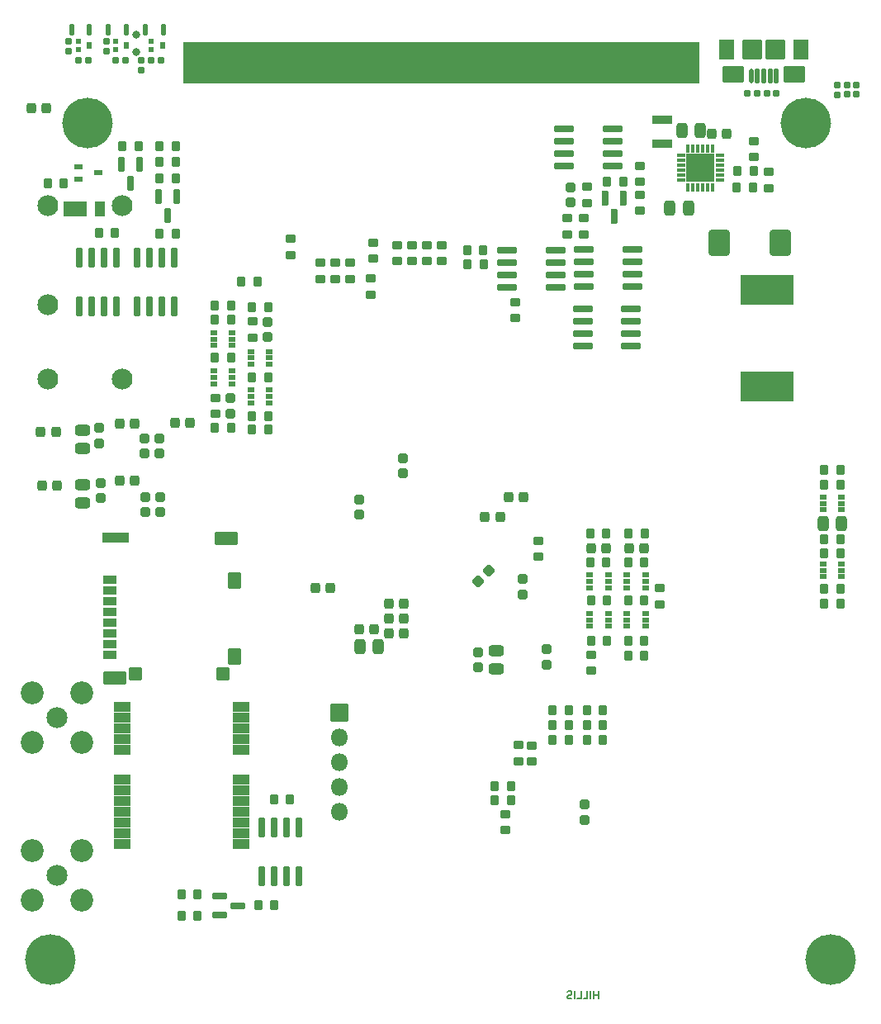
<source format=gbs>
G04 #@! TF.GenerationSoftware,KiCad,Pcbnew,(6.0.5)*
G04 #@! TF.CreationDate,2022-06-17T13:33:30-04:00*
G04 #@! TF.ProjectId,mainboard,6d61696e-626f-4617-9264-2e6b69636164,rev?*
G04 #@! TF.SameCoordinates,Original*
G04 #@! TF.FileFunction,Soldermask,Bot*
G04 #@! TF.FilePolarity,Negative*
%FSLAX46Y46*%
G04 Gerber Fmt 4.6, Leading zero omitted, Abs format (unit mm)*
G04 Created by KiCad (PCBNEW (6.0.5)) date 2022-06-17 13:33:30*
%MOMM*%
%LPD*%
G01*
G04 APERTURE LIST*
G04 Aperture macros list*
%AMRoundRect*
0 Rectangle with rounded corners*
0 $1 Rounding radius*
0 $2 $3 $4 $5 $6 $7 $8 $9 X,Y pos of 4 corners*
0 Add a 4 corners polygon primitive as box body*
4,1,4,$2,$3,$4,$5,$6,$7,$8,$9,$2,$3,0*
0 Add four circle primitives for the rounded corners*
1,1,$1+$1,$2,$3*
1,1,$1+$1,$4,$5*
1,1,$1+$1,$6,$7*
1,1,$1+$1,$8,$9*
0 Add four rect primitives between the rounded corners*
20,1,$1+$1,$2,$3,$4,$5,0*
20,1,$1+$1,$4,$5,$6,$7,0*
20,1,$1+$1,$6,$7,$8,$9,0*
20,1,$1+$1,$8,$9,$2,$3,0*%
%AMFreePoly0*
4,1,25,0.115149,2.428891,0.133461,2.421305,0.222677,2.361692,0.236692,2.347677,0.296305,2.258461,0.303891,2.240149,0.324824,2.134911,0.325800,2.125000,0.325800,-1.400000,0.310921,-1.435921,0.275000,-1.450800,-0.275000,-1.450800,-0.310921,-1.435921,-0.325800,-1.400000,-0.325800,2.125000,-0.324824,2.134911,-0.303891,2.240149,-0.296305,2.258461,-0.236692,2.347677,-0.222677,2.361692,
-0.133461,2.421305,-0.115149,2.428891,-0.009911,2.449824,0.009911,2.449824,0.115149,2.428891,0.115149,2.428891,$1*%
G04 Aperture macros list end*
%ADD10C,0.190500*%
%ADD11C,0.100000*%
%ADD12RoundRect,0.152300X0.101500X0.571500X-0.101500X0.571500X-0.101500X-0.571500X0.101500X-0.571500X0*%
%ADD13RoundRect,0.050800X0.203000X0.673000X-0.203000X0.673000X-0.203000X-0.673000X0.203000X-0.673000X0*%
%ADD14RoundRect,0.050800X-0.750000X-0.952500X0.750000X-0.952500X0.750000X0.952500X-0.750000X0.952500X0*%
%ADD15RoundRect,0.050800X-0.952500X-0.952500X0.952500X-0.952500X0.952500X0.952500X-0.952500X0.952500X0*%
%ADD16RoundRect,0.050800X1.054000X0.800000X-1.054000X0.800000X-1.054000X-0.800000X1.054000X-0.800000X0*%
%ADD17RoundRect,0.050800X0.750000X0.952500X-0.750000X0.952500X-0.750000X-0.952500X0.750000X-0.952500X0*%
%ADD18RoundRect,0.050800X-1.054000X-0.800000X1.054000X-0.800000X1.054000X0.800000X-1.054000X0.800000X0*%
%ADD19RoundRect,0.050800X0.952500X-0.952500X0.952500X0.952500X-0.952500X0.952500X-0.952500X-0.952500X0*%
%ADD20C,5.181600*%
%ADD21RoundRect,0.050800X-0.850000X-0.850000X0.850000X-0.850000X0.850000X0.850000X-0.850000X0.850000X0*%
%ADD22O,1.801600X1.801600*%
%ADD23C,2.133600*%
%ADD24C,2.151600*%
%ADD25C,2.351600*%
%ADD26FreePoly0,0.000000*%
%ADD27C,0.801600*%
%ADD28RoundRect,0.063500X0.812800X-0.406400X0.812800X0.406400X-0.812800X0.406400X-0.812800X-0.406400X0*%
%ADD29RoundRect,0.250800X0.200000X0.275000X-0.200000X0.275000X-0.200000X-0.275000X0.200000X-0.275000X0*%
%ADD30RoundRect,0.063500X-0.279400X-0.660400X0.279400X-0.660400X0.279400X0.660400X-0.279400X0.660400X0*%
%ADD31RoundRect,0.275800X0.250000X-0.225000X0.250000X0.225000X-0.250000X0.225000X-0.250000X-0.225000X0*%
%ADD32RoundRect,0.300800X-0.475000X0.250000X-0.475000X-0.250000X0.475000X-0.250000X0.475000X0.250000X0*%
%ADD33RoundRect,0.200800X-0.150000X0.825000X-0.150000X-0.825000X0.150000X-0.825000X0.150000X0.825000X0*%
%ADD34RoundRect,0.250800X-0.200000X-0.275000X0.200000X-0.275000X0.200000X0.275000X-0.200000X0.275000X0*%
%ADD35RoundRect,0.200800X0.150000X-0.825000X0.150000X0.825000X-0.150000X0.825000X-0.150000X-0.825000X0*%
%ADD36RoundRect,0.063500X0.660400X-0.279400X0.660400X0.279400X-0.660400X0.279400X-0.660400X-0.279400X0*%
%ADD37RoundRect,0.275800X-0.225000X-0.250000X0.225000X-0.250000X0.225000X0.250000X-0.225000X0.250000X0*%
%ADD38RoundRect,0.063500X-0.620000X0.400000X-0.620000X-0.400000X0.620000X-0.400000X0.620000X0.400000X0*%
%ADD39RoundRect,0.063500X-0.600000X0.580000X-0.600000X-0.580000X0.600000X-0.580000X0.600000X0.580000X0*%
%ADD40RoundRect,0.063500X-1.250000X0.475000X-1.250000X-0.475000X1.250000X-0.475000X1.250000X0.475000X0*%
%ADD41RoundRect,0.063500X-1.100000X0.575000X-1.100000X-0.575000X1.100000X-0.575000X1.100000X0.575000X0*%
%ADD42RoundRect,0.063500X-0.575000X0.750000X-0.575000X-0.750000X0.575000X-0.750000X0.575000X0.750000X0*%
%ADD43RoundRect,0.063500X-0.625000X0.580000X-0.625000X-0.580000X0.625000X-0.580000X0.625000X0.580000X0*%
%ADD44RoundRect,0.275800X-0.250000X0.225000X-0.250000X-0.225000X0.250000X-0.225000X0.250000X0.225000X0*%
%ADD45RoundRect,0.275800X0.225000X0.250000X-0.225000X0.250000X-0.225000X-0.250000X0.225000X-0.250000X0*%
%ADD46RoundRect,0.050800X0.400000X-0.150000X0.400000X0.150000X-0.400000X0.150000X-0.400000X-0.150000X0*%
%ADD47RoundRect,0.050800X0.150000X0.400000X-0.150000X0.400000X-0.150000X-0.400000X0.150000X-0.400000X0*%
%ADD48RoundRect,0.050800X1.400000X1.400000X-1.400000X1.400000X-1.400000X-1.400000X1.400000X-1.400000X0*%
%ADD49RoundRect,0.300800X-0.250000X-0.475000X0.250000X-0.475000X0.250000X0.475000X-0.250000X0.475000X0*%
%ADD50RoundRect,0.250800X0.275000X-0.200000X0.275000X0.200000X-0.275000X0.200000X-0.275000X-0.200000X0*%
%ADD51RoundRect,0.300800X0.250000X0.475000X-0.250000X0.475000X-0.250000X-0.475000X0.250000X-0.475000X0*%
%ADD52RoundRect,0.250800X-0.275000X0.200000X-0.275000X-0.200000X0.275000X-0.200000X0.275000X0.200000X0*%
%ADD53RoundRect,0.228400X-0.822400X0.222400X-0.822400X-0.222400X0.822400X-0.222400X0.822400X0.222400X0*%
%ADD54RoundRect,0.050800X0.325000X0.200000X-0.325000X0.200000X-0.325000X-0.200000X0.325000X-0.200000X0*%
%ADD55RoundRect,0.050800X0.300000X-0.200000X0.300000X0.200000X-0.300000X0.200000X-0.300000X-0.200000X0*%
%ADD56RoundRect,0.063500X-0.450000X-0.700000X0.450000X-0.700000X0.450000X0.700000X-0.450000X0.700000X0*%
%ADD57RoundRect,0.063500X-1.100000X-0.700000X1.100000X-0.700000X1.100000X0.700000X-1.100000X0.700000X0*%
%ADD58RoundRect,0.050800X0.350000X-0.225000X0.350000X0.225000X-0.350000X0.225000X-0.350000X-0.225000X0*%
%ADD59RoundRect,0.190800X-0.170000X0.140000X-0.170000X-0.140000X0.170000X-0.140000X0.170000X0.140000X0*%
%ADD60RoundRect,0.050800X0.185000X-0.500000X0.185000X0.500000X-0.185000X0.500000X-0.185000X-0.500000X0*%
%ADD61RoundRect,0.050800X-0.185000X0.500000X-0.185000X-0.500000X0.185000X-0.500000X0.185000X0.500000X0*%
%ADD62RoundRect,0.050800X-0.225000X-0.200000X0.225000X-0.200000X0.225000X0.200000X-0.225000X0.200000X0*%
%ADD63RoundRect,0.050800X-0.225000X-0.250000X0.225000X-0.250000X0.225000X0.250000X-0.225000X0.250000X0*%
%ADD64RoundRect,0.185800X-0.185000X0.135000X-0.185000X-0.135000X0.185000X-0.135000X0.185000X0.135000X0*%
%ADD65RoundRect,0.185800X0.185000X-0.135000X0.185000X0.135000X-0.185000X0.135000X-0.185000X-0.135000X0*%
%ADD66RoundRect,0.185800X-0.135000X-0.185000X0.135000X-0.185000X0.135000X0.185000X-0.135000X0.185000X0*%
%ADD67RoundRect,0.190800X-0.140000X-0.170000X0.140000X-0.170000X0.140000X0.170000X-0.140000X0.170000X0*%
%ADD68RoundRect,0.190800X0.140000X0.170000X-0.140000X0.170000X-0.140000X-0.170000X0.140000X-0.170000X0*%
%ADD69RoundRect,0.200800X0.825000X0.150000X-0.825000X0.150000X-0.825000X-0.150000X0.825000X-0.150000X0*%
%ADD70RoundRect,0.200800X-0.825000X-0.150000X0.825000X-0.150000X0.825000X0.150000X-0.825000X0.150000X0*%
%ADD71RoundRect,0.300800X0.475000X-0.250000X0.475000X0.250000X-0.475000X0.250000X-0.475000X-0.250000X0*%
%ADD72RoundRect,0.050800X-0.325000X-0.200000X0.325000X-0.200000X0.325000X0.200000X-0.325000X0.200000X0*%
%ADD73RoundRect,0.050800X-0.300000X0.200000X-0.300000X-0.200000X0.300000X-0.200000X0.300000X0.200000X0*%
%ADD74RoundRect,0.050800X-2.700000X1.450000X-2.700000X-1.450000X2.700000X-1.450000X2.700000X1.450000X0*%
%ADD75RoundRect,0.275800X-0.017678X0.335876X-0.335876X0.017678X0.017678X-0.335876X0.335876X-0.017678X0*%
%ADD76RoundRect,0.300800X-0.787500X-1.025000X0.787500X-1.025000X0.787500X1.025000X-0.787500X1.025000X0*%
%ADD77RoundRect,0.200800X-0.150000X0.587500X-0.150000X-0.587500X0.150000X-0.587500X0.150000X0.587500X0*%
G04 APERTURE END LIST*
D10*
X105138778Y-147118609D02*
X105138778Y-146356609D01*
X105138778Y-146719466D02*
X104703350Y-146719466D01*
X104703350Y-147118609D02*
X104703350Y-146356609D01*
X104340493Y-147118609D02*
X104340493Y-146356609D01*
X103614778Y-147118609D02*
X103977635Y-147118609D01*
X103977635Y-146356609D01*
X102997921Y-147118609D02*
X103360778Y-147118609D01*
X103360778Y-146356609D01*
X102743921Y-147118609D02*
X102743921Y-146356609D01*
X102417350Y-147082323D02*
X102308493Y-147118609D01*
X102127064Y-147118609D01*
X102054493Y-147082323D01*
X102018207Y-147046037D01*
X101981921Y-146973466D01*
X101981921Y-146900895D01*
X102018207Y-146828323D01*
X102054493Y-146792037D01*
X102127064Y-146755752D01*
X102272207Y-146719466D01*
X102344778Y-146683180D01*
X102381064Y-146646895D01*
X102417350Y-146574323D01*
X102417350Y-146501752D01*
X102381064Y-146429180D01*
X102344778Y-146392895D01*
X102272207Y-146356609D01*
X102090778Y-146356609D01*
X101981921Y-146392895D01*
G36*
X115372313Y-53208055D02*
G01*
X62572313Y-53208055D01*
X62572313Y-49008055D01*
X115372313Y-49008055D01*
X115372313Y-53208055D01*
G37*
D11*
X115372313Y-53208055D02*
X62572313Y-53208055D01*
X62572313Y-49008055D01*
X115372313Y-49008055D01*
X115372313Y-53208055D01*
D12*
X120797286Y-52512066D03*
D13*
X121447286Y-52512066D03*
X122097286Y-52512066D03*
X122747286Y-52512066D03*
X123397286Y-52512066D03*
D14*
X118296287Y-49845066D03*
D15*
X120922286Y-49845066D03*
D16*
X118998287Y-52345067D03*
D17*
X125948285Y-49845066D03*
D18*
X125246285Y-52345067D03*
D19*
X123322286Y-49845066D03*
D20*
X52768500Y-57360900D03*
X126428500Y-57360900D03*
X128968500Y-143090900D03*
X48968508Y-143090900D03*
D21*
X78592400Y-117779300D03*
D22*
X78592400Y-120319300D03*
X78592400Y-122859300D03*
X78592400Y-125399300D03*
X78592400Y-127939300D03*
D23*
X48690000Y-65794200D03*
X56310000Y-65794200D03*
X48690000Y-75954200D03*
X56310000Y-83574200D03*
X48690000Y-83574200D03*
D24*
X49653500Y-134480896D03*
D25*
X47113500Y-137020896D03*
X47113500Y-131940896D03*
X52193500Y-131940896D03*
X52193500Y-137020896D03*
D26*
X63772313Y-51608055D03*
X64572313Y-51608055D03*
X65372313Y-51608055D03*
X66172313Y-51608055D03*
X66972313Y-51608055D03*
X67772313Y-51608055D03*
X68572313Y-51608055D03*
X69372313Y-51608055D03*
X70172313Y-51608055D03*
X70972313Y-51608055D03*
X71772313Y-51608055D03*
X72572313Y-51608055D03*
X73372313Y-51608055D03*
X74172313Y-51608055D03*
X74972313Y-51608055D03*
X75772313Y-51608055D03*
X76572313Y-51608055D03*
X77372313Y-51608055D03*
X78172313Y-51608055D03*
X78972313Y-51608055D03*
X79772313Y-51608055D03*
X80572313Y-51608055D03*
X81372313Y-51608055D03*
X82172313Y-51608055D03*
X82972313Y-51608055D03*
X83772313Y-51608055D03*
X84572313Y-51608055D03*
X85372313Y-51608055D03*
X86172313Y-51608055D03*
X86972313Y-51608055D03*
X87772313Y-51608055D03*
X88572313Y-51608055D03*
X92572313Y-51608055D03*
X93372313Y-51608055D03*
X94172313Y-51608055D03*
X94972313Y-51608055D03*
X95772313Y-51608055D03*
X96572313Y-51608055D03*
X97372313Y-51608055D03*
X98172313Y-51608055D03*
X98972313Y-51608055D03*
X99772313Y-51608055D03*
X100572313Y-51608055D03*
X101372313Y-51608055D03*
X102172313Y-51608055D03*
X102972313Y-51608055D03*
X103772313Y-51608055D03*
X104572313Y-51608055D03*
X105372313Y-51608055D03*
X106172313Y-51608055D03*
X106972313Y-51608055D03*
X107772313Y-51608055D03*
X108572313Y-51608055D03*
X109372313Y-51608055D03*
X110172313Y-51608055D03*
X110972313Y-51608055D03*
X111772313Y-51608055D03*
X112572313Y-51608055D03*
X113372313Y-51608055D03*
X114172313Y-51608055D03*
D27*
X57742270Y-48245067D03*
X57742270Y-50045067D03*
D24*
X49661600Y-118343896D03*
D25*
X52201600Y-120883896D03*
X47121600Y-115803896D03*
X47121600Y-120883896D03*
X52201600Y-115803896D03*
D28*
X56278400Y-131241800D03*
X56278400Y-130141800D03*
X56278400Y-129041800D03*
X56278400Y-127941800D03*
X56278400Y-126841800D03*
X56278400Y-125741800D03*
X56278400Y-124641800D03*
X56278400Y-121641800D03*
X56278400Y-120541800D03*
X56278400Y-119441800D03*
X56278400Y-118341800D03*
X56278400Y-117241800D03*
X68478400Y-117241800D03*
X68478400Y-118341800D03*
X68478400Y-119441800D03*
X68478400Y-120541800D03*
X68478400Y-121641800D03*
X68478400Y-124641800D03*
X68478400Y-125741800D03*
X68478400Y-126841800D03*
X68478400Y-127941800D03*
X68478400Y-129041800D03*
X68478400Y-130141800D03*
X68478400Y-131241800D03*
D29*
X61796400Y-68664400D03*
X60146400Y-68664400D03*
D30*
X60031100Y-64917900D03*
X61936100Y-64917900D03*
X60983600Y-66797500D03*
D29*
X50327800Y-63533600D03*
X48677800Y-63533600D03*
D31*
X97388400Y-105663800D03*
X97388400Y-104113800D03*
D32*
X94657900Y-111431800D03*
X94657900Y-113331800D03*
D33*
X51890400Y-71167800D03*
X53160400Y-71167800D03*
X54430400Y-71167800D03*
X55700400Y-71167800D03*
X55700400Y-76117800D03*
X54430400Y-76117800D03*
X53160400Y-76117800D03*
X51890400Y-76117800D03*
D34*
X60133200Y-59698200D03*
X61783200Y-59698200D03*
D30*
X56195700Y-61615900D03*
X58100700Y-61615900D03*
X57148200Y-63495500D03*
D29*
X55560200Y-68613600D03*
X53910200Y-68613600D03*
D33*
X57859400Y-71167800D03*
X59129400Y-71167800D03*
X60399400Y-71167800D03*
X61669400Y-71167800D03*
X61669400Y-76117800D03*
X60399400Y-76117800D03*
X59129400Y-76117800D03*
X57859400Y-76117800D03*
D35*
X74416838Y-134524257D03*
X73146838Y-134524257D03*
X71876838Y-134524257D03*
X70606838Y-134524257D03*
X70606838Y-129574257D03*
X71876838Y-129574257D03*
X73146838Y-129574257D03*
X74416838Y-129574257D03*
D34*
X62412338Y-138599753D03*
X64062338Y-138599753D03*
X62412338Y-136440753D03*
X64062338Y-136440753D03*
D29*
X71899543Y-137561238D03*
X70249543Y-137561238D03*
D36*
X66298038Y-138536253D03*
X66298038Y-136631253D03*
X68177638Y-137583753D03*
D37*
X83679500Y-106624400D03*
X85229500Y-106624400D03*
D38*
X55050400Y-104169800D03*
X55050400Y-105269800D03*
X55050400Y-106369800D03*
X55050400Y-107469800D03*
X55050400Y-108569800D03*
X55050400Y-109669800D03*
X55050400Y-110769800D03*
X55050400Y-111869800D03*
D39*
X66680400Y-113809800D03*
D40*
X55680400Y-99824800D03*
D41*
X55530400Y-114214800D03*
X67010400Y-99924800D03*
D42*
X67805400Y-104229800D03*
X67805400Y-112009800D03*
D43*
X57680400Y-113809800D03*
D44*
X92816400Y-111606800D03*
X92816400Y-113156800D03*
D45*
X82174400Y-109270300D03*
X80624400Y-109270300D03*
D46*
X117597400Y-60675300D03*
X117597400Y-61175300D03*
X117597400Y-61675300D03*
X117597400Y-62175300D03*
X117597400Y-62675300D03*
X117597400Y-63175300D03*
D47*
X116847400Y-63925300D03*
X116347400Y-63925300D03*
X115847400Y-63925300D03*
X115347400Y-63925300D03*
X114847400Y-63925300D03*
X114347400Y-63925300D03*
D46*
X113597400Y-63175300D03*
X113597400Y-62675300D03*
X113597400Y-62175300D03*
X113597400Y-61675300D03*
X113597400Y-61175300D03*
X113597400Y-60675300D03*
D47*
X114347400Y-59925300D03*
X114847400Y-59925300D03*
X115347400Y-59925300D03*
X115847400Y-59925300D03*
X116347400Y-59925300D03*
X116847400Y-59925300D03*
D48*
X115597400Y-61925300D03*
D49*
X113694900Y-58089800D03*
X115594900Y-58089800D03*
D50*
X122580400Y-64007800D03*
X122580400Y-62357800D03*
D45*
X118277400Y-58483300D03*
X116727400Y-58483300D03*
D34*
X119408400Y-62293800D03*
X121058400Y-62293800D03*
D51*
X114388400Y-66090800D03*
X112488400Y-66090800D03*
D52*
X98983240Y-100149422D03*
X98983240Y-101799422D03*
D37*
X95920728Y-95688611D03*
X97470728Y-95688611D03*
D45*
X48552400Y-55803800D03*
X47002400Y-55803800D03*
D37*
X83679500Y-108148400D03*
X85229500Y-108148400D03*
D29*
X120994400Y-63931800D03*
X119344400Y-63931800D03*
D53*
X111660400Y-57016800D03*
X111660400Y-59416800D03*
D51*
X130091300Y-98390600D03*
X128191300Y-98390600D03*
D44*
X67399400Y-85572800D03*
X67399400Y-87122800D03*
D37*
X108271400Y-100908600D03*
X109821400Y-100908600D03*
X104371400Y-100908600D03*
X105921400Y-100908600D03*
D54*
X106153400Y-107624600D03*
X106153400Y-108274600D03*
X106153400Y-108924600D03*
X104253400Y-108924600D03*
X104253400Y-108274600D03*
X104253400Y-107624600D03*
D55*
X106153400Y-103687600D03*
X106153400Y-104337600D03*
X106153400Y-104987600D03*
X104253400Y-104987600D03*
X104253400Y-104337600D03*
X104253400Y-103687600D03*
D29*
X129966300Y-92929600D03*
X128316300Y-92929600D03*
D34*
X128316300Y-100041600D03*
X129966300Y-100041600D03*
X128316300Y-106645600D03*
X129966300Y-106645600D03*
D29*
X129966300Y-105121600D03*
X128316300Y-105121600D03*
X67488400Y-88566800D03*
X65838400Y-88566800D03*
X71268000Y-76232400D03*
X69618000Y-76232400D03*
X71295000Y-87395400D03*
X69645000Y-87395400D03*
D50*
X65875400Y-87172800D03*
X65875400Y-85522800D03*
D29*
X109838400Y-111957600D03*
X108188400Y-111957600D03*
D50*
X104380200Y-113490200D03*
X104380200Y-111840200D03*
D29*
X109871400Y-99408600D03*
X108221400Y-99408600D03*
D34*
X104321400Y-99408600D03*
X105971400Y-99408600D03*
D29*
X109838400Y-110433600D03*
X108188400Y-110433600D03*
X106028400Y-110433600D03*
X104378400Y-110433600D03*
D50*
X111461400Y-106664600D03*
X111461400Y-105014600D03*
D29*
X105971400Y-102408600D03*
X104321400Y-102408600D03*
X67462400Y-81394800D03*
X65812400Y-81394800D03*
D34*
X108188400Y-106242600D03*
X109838400Y-106242600D03*
X104378400Y-106268000D03*
X106028400Y-106268000D03*
D54*
X109963400Y-107624600D03*
X109963400Y-108274600D03*
X109963400Y-108924600D03*
X108063400Y-108924600D03*
X108063400Y-108274600D03*
X108063400Y-107624600D03*
D55*
X109963400Y-103687600D03*
X109963400Y-104337600D03*
X109963400Y-104987600D03*
X108063400Y-104987600D03*
X108063400Y-104337600D03*
X108063400Y-103687600D03*
D29*
X71268000Y-88788400D03*
X69618000Y-88788400D03*
D52*
X69708000Y-77680400D03*
X69708000Y-79330400D03*
D31*
X71232000Y-79280400D03*
X71232000Y-77730400D03*
D34*
X65812400Y-77457800D03*
X67462400Y-77457800D03*
D29*
X109863400Y-102364600D03*
X108213400Y-102364600D03*
D56*
X54051600Y-66124400D03*
D57*
X51501600Y-66124400D03*
D54*
X130091300Y-102566600D03*
X130091300Y-103216600D03*
X130091300Y-103866600D03*
X128191300Y-103866600D03*
X128191300Y-103216600D03*
X128191300Y-102566600D03*
X130091300Y-95708600D03*
X130091300Y-96358600D03*
X130091300Y-97008600D03*
X128191300Y-97008600D03*
X128191300Y-96358600D03*
X128191300Y-95708600D03*
D34*
X128316300Y-101438600D03*
X129966300Y-101438600D03*
D29*
X129966300Y-94453600D03*
X128316300Y-94453600D03*
D58*
X51857400Y-63108600D03*
X51857400Y-61808600D03*
X53857400Y-62458600D03*
D29*
X61783200Y-61349200D03*
X60133200Y-61349200D03*
D34*
X60158600Y-62974800D03*
X61808600Y-62974800D03*
X65839400Y-76064800D03*
X67489400Y-76064800D03*
D52*
X96604400Y-75679800D03*
X96604400Y-77329800D03*
D34*
X69645000Y-83458400D03*
X71295000Y-83458400D03*
D49*
X80690400Y-110984800D03*
X82590400Y-110984800D03*
D29*
X73527338Y-126715257D03*
X71877338Y-126715257D03*
D34*
X56323200Y-59698200D03*
X57973200Y-59698200D03*
D59*
X130616800Y-53456900D03*
X130616800Y-54416900D03*
X131607400Y-53456900D03*
X131607400Y-54416900D03*
D60*
X52972281Y-47795180D03*
D61*
X51112281Y-47795180D03*
D60*
X56772273Y-47795180D03*
D61*
X54912273Y-47795180D03*
D60*
X60572291Y-47795180D03*
D61*
X58712291Y-47795180D03*
D62*
X51822500Y-49790300D03*
X51822500Y-48990300D03*
D63*
X52972500Y-49390300D03*
D62*
X55607100Y-49790300D03*
X55607100Y-48990300D03*
D63*
X56757100Y-49390300D03*
D62*
X59315500Y-49790300D03*
X59315500Y-48990300D03*
D63*
X60465500Y-49390300D03*
D64*
X129626200Y-53452300D03*
X129626200Y-54472300D03*
D65*
X50848100Y-50001900D03*
X50848100Y-48981900D03*
X54683500Y-50001900D03*
X54683500Y-48981900D03*
X58264900Y-51957700D03*
X58264900Y-50937700D03*
D66*
X51811300Y-50939700D03*
X52831300Y-50939700D03*
X55621300Y-50939700D03*
X56641300Y-50939700D03*
X59304300Y-50939700D03*
X60324300Y-50939700D03*
D67*
X122427900Y-54317900D03*
X123387900Y-54317900D03*
D68*
X121406700Y-54317900D03*
X120446700Y-54317900D03*
D69*
X106572400Y-57962800D03*
X106572400Y-59232800D03*
X106572400Y-60502800D03*
X106572400Y-61772800D03*
X101622400Y-61772800D03*
X101622400Y-60502800D03*
X101622400Y-59232800D03*
X101622400Y-57962800D03*
D70*
X95780400Y-74218800D03*
X95780400Y-72948800D03*
X95780400Y-71678800D03*
X95780400Y-70408800D03*
X100730400Y-70408800D03*
X100730400Y-71678800D03*
X100730400Y-72948800D03*
X100730400Y-74218800D03*
X103654400Y-74091800D03*
X103654400Y-72821800D03*
X103654400Y-71551800D03*
X103654400Y-70281800D03*
X108604400Y-70281800D03*
X108604400Y-71551800D03*
X108604400Y-72821800D03*
X108604400Y-74091800D03*
D52*
X109442400Y-61722800D03*
X109442400Y-63372800D03*
D50*
X101989200Y-68744600D03*
X101989200Y-67094600D03*
D37*
X61745400Y-88044800D03*
X63295400Y-88044800D03*
D45*
X57588300Y-94036700D03*
X56038300Y-94036700D03*
X49668858Y-94485800D03*
X48118858Y-94485800D03*
D44*
X60178000Y-95663400D03*
X60178000Y-97213400D03*
X58649600Y-95669400D03*
X58649600Y-97219400D03*
D71*
X52281800Y-96316800D03*
X52281800Y-94416800D03*
D45*
X57615134Y-88201049D03*
X56065134Y-88201049D03*
D31*
X53944600Y-90175200D03*
X53944600Y-88625200D03*
D45*
X49503000Y-88990400D03*
X47953000Y-88990400D03*
D44*
X60158924Y-89672600D03*
X60158924Y-91222600D03*
X58598648Y-89698400D03*
X58598648Y-91248400D03*
D71*
X52232600Y-90715800D03*
X52232600Y-88815800D03*
D31*
X54093800Y-95780000D03*
X54093800Y-94230000D03*
D69*
X108477400Y-76377800D03*
X108477400Y-77647800D03*
X108477400Y-78917800D03*
X108477400Y-80187800D03*
X103527400Y-80187800D03*
X103527400Y-78917800D03*
X103527400Y-77647800D03*
X103527400Y-76377800D03*
D72*
X65687400Y-80139800D03*
X65687400Y-79489800D03*
X65687400Y-78839800D03*
X67587400Y-78839800D03*
X67587400Y-79489800D03*
X67587400Y-80139800D03*
D54*
X71420000Y-84713400D03*
X71420000Y-85363400D03*
X71420000Y-86013400D03*
X69520000Y-86013400D03*
X69520000Y-85363400D03*
X69520000Y-84713400D03*
D73*
X65687400Y-84076800D03*
X65687400Y-83426800D03*
X65687400Y-82776800D03*
X67587400Y-82776800D03*
X67587400Y-83426800D03*
X67587400Y-84076800D03*
D55*
X71420000Y-80776400D03*
X71420000Y-81426400D03*
X71420000Y-82076400D03*
X69520000Y-82076400D03*
X69520000Y-81426400D03*
X69520000Y-80776400D03*
D74*
X122453400Y-74475800D03*
X122453400Y-84375800D03*
D75*
X93910509Y-103223184D03*
X92814493Y-104319200D03*
D37*
X93514600Y-97726000D03*
X95064600Y-97726000D03*
D31*
X85140300Y-93277000D03*
X85140300Y-91727000D03*
X80616400Y-97473800D03*
X80616400Y-95923800D03*
D45*
X77686200Y-105003600D03*
X76136200Y-105003600D03*
D37*
X83679500Y-109672400D03*
X85229500Y-109672400D03*
D52*
X96948400Y-121118800D03*
X96948400Y-122768800D03*
D76*
X117562900Y-69646800D03*
X123787900Y-69646800D03*
D34*
X68542400Y-73583800D03*
X70192400Y-73583800D03*
D50*
X76647400Y-73324300D03*
X76647400Y-71674300D03*
D29*
X102117400Y-120546800D03*
X100467400Y-120546800D03*
D50*
X89052400Y-71487800D03*
X89052400Y-69837800D03*
D52*
X98296400Y-121138800D03*
X98296400Y-122788800D03*
D50*
X103979400Y-65518800D03*
X103979400Y-63868800D03*
X78171400Y-73324300D03*
X78171400Y-71674300D03*
D29*
X93365400Y-71831200D03*
X91715400Y-71831200D03*
D50*
X79695400Y-73324300D03*
X79695400Y-71674300D03*
D34*
X94536400Y-125307800D03*
X96186400Y-125307800D03*
D31*
X102332400Y-65468800D03*
X102332400Y-63918800D03*
D52*
X103665600Y-67094600D03*
X103665600Y-68744600D03*
D50*
X87528400Y-71487800D03*
X87528400Y-69837800D03*
X81807000Y-74914865D03*
X81807000Y-73264865D03*
X86004400Y-71487800D03*
X86004400Y-69837800D03*
D34*
X94536400Y-126731800D03*
X96186400Y-126731800D03*
D31*
X103711962Y-128766756D03*
X103711962Y-127216756D03*
D52*
X95642400Y-128171800D03*
X95642400Y-129821800D03*
D29*
X105617400Y-119071800D03*
X103967400Y-119071800D03*
X105617400Y-117571800D03*
X103967400Y-117571800D03*
D50*
X82067400Y-71233800D03*
X82067400Y-69583800D03*
D34*
X91676800Y-70408800D03*
X93326800Y-70408800D03*
D29*
X107680282Y-63315140D03*
X106030282Y-63315140D03*
D50*
X73558400Y-70852800D03*
X73558400Y-69202800D03*
X121056400Y-60819800D03*
X121056400Y-59169800D03*
D44*
X99818400Y-111314800D03*
X99818400Y-112864800D03*
D29*
X102117400Y-117571800D03*
X100467400Y-117571800D03*
X102117400Y-119071800D03*
X100467400Y-119071800D03*
D50*
X84480400Y-71487800D03*
X84480400Y-69837800D03*
D52*
X109431400Y-64693800D03*
X109431400Y-66343800D03*
D29*
X105617400Y-120546800D03*
X103967400Y-120546800D03*
D77*
X105824400Y-65073300D03*
X107724400Y-65073300D03*
X106774400Y-66948300D03*
M02*

</source>
